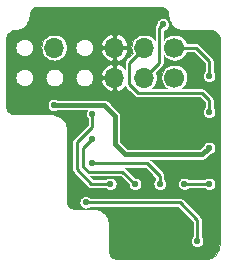
<source format=gbl>
%TF.GenerationSoftware,KiCad,Pcbnew,(5.1.2-1)-1*%
%TF.CreationDate,2020-12-17T17:00:40+01:00*%
%TF.ProjectId,n64_rgb_amp,6e36345f-7267-4625-9f61-6d702e6b6963,1.1*%
%TF.SameCoordinates,Original*%
%TF.FileFunction,Copper,L2,Bot*%
%TF.FilePolarity,Positive*%
%FSLAX46Y46*%
G04 Gerber Fmt 4.6, Leading zero omitted, Abs format (unit mm)*
G04 Created by KiCad (PCBNEW (5.1.2-1)-1) date 2020-12-17 17:00:40*
%MOMM*%
%LPD*%
G04 APERTURE LIST*
%ADD10O,1.700000X1.700000*%
%ADD11C,1.700000*%
%ADD12C,0.400000*%
%ADD13C,0.550000*%
%ADD14C,0.320000*%
%ADD15C,0.406400*%
%ADD16C,0.254000*%
%ADD17C,0.101600*%
G04 APERTURE END LIST*
D10*
X143545000Y-97785000D03*
X148625000Y-100325000D03*
X148625000Y-97785000D03*
X151165000Y-100325000D03*
X151165000Y-97785000D03*
D11*
X153705000Y-100325000D03*
X153705000Y-97785000D03*
D12*
X150985000Y-106035000D03*
X150385000Y-106035000D03*
D13*
X151145200Y-95822300D03*
D12*
X156385000Y-111895000D03*
X156985000Y-111895000D03*
X151585000Y-106035000D03*
X151885000Y-105435000D03*
X150685000Y-105435000D03*
X150985000Y-104835000D03*
X151585000Y-104835000D03*
X139645000Y-100770000D03*
X139645000Y-98970000D03*
X139645000Y-102570000D03*
X139645000Y-97170000D03*
X144300000Y-94770000D03*
D14*
X157355000Y-107057300D03*
D12*
X156690000Y-115295000D03*
X150085000Y-105435000D03*
X150385000Y-104835000D03*
X151285000Y-105435000D03*
X141995200Y-97170000D03*
D14*
X157355000Y-110107300D03*
D12*
X156090000Y-115295000D03*
X155490000Y-115295000D03*
X157355000Y-104007300D03*
X157355000Y-100957300D03*
X157355000Y-97907300D03*
D13*
X156642300Y-106269800D03*
X143505000Y-102651000D03*
X146740200Y-103412300D03*
X148282300Y-109319800D03*
X150372300Y-109319800D03*
X146740200Y-105502300D03*
X156642300Y-100169800D03*
X152462300Y-109319800D03*
X146740200Y-107592300D03*
X156642300Y-103219800D03*
X152720200Y-95822300D03*
X146192300Y-110894800D03*
X155630000Y-114137500D03*
X156642300Y-109319800D03*
X154552300Y-109319800D03*
D15*
X149535000Y-106835000D02*
X156060000Y-106835000D01*
X147736000Y-102651000D02*
X148642500Y-103557500D01*
X148642500Y-105942500D02*
X149535000Y-106835000D01*
X148642500Y-103557500D02*
X148642500Y-105942500D01*
X143505000Y-102651000D02*
X147736000Y-102651000D01*
X156625200Y-106269800D02*
X156060000Y-106835000D01*
X156642300Y-106269800D02*
X156625200Y-106269800D01*
D16*
X145452500Y-108087500D02*
X146684800Y-109319800D01*
X145452500Y-105797500D02*
X145452500Y-108087500D01*
X146684800Y-109319800D02*
X148282300Y-109319800D01*
X146740200Y-104509800D02*
X145452500Y-105797500D01*
X146740200Y-103412300D02*
X146740200Y-104509800D01*
X146442500Y-108292500D02*
X146005000Y-107855000D01*
X146005000Y-107855000D02*
X146005000Y-106275000D01*
X146005000Y-106275000D02*
X146740200Y-105539800D01*
X150334800Y-109319800D02*
X149307500Y-108292500D01*
X149307500Y-108292500D02*
X146442500Y-108292500D01*
X153705000Y-97785000D02*
X155495000Y-97785000D01*
X155495000Y-97785000D02*
X156642300Y-98932300D01*
X156642300Y-98932300D02*
X156642300Y-100169800D01*
X152462300Y-108632300D02*
X152462300Y-109319800D01*
X151422300Y-107592300D02*
X152462300Y-108632300D01*
X146740200Y-107592300D02*
X151422300Y-107592300D01*
X149900000Y-100900000D02*
X149900000Y-99050000D01*
X149900000Y-99050000D02*
X151165000Y-97785000D01*
X149900000Y-100900000D02*
X150620000Y-101620000D01*
X156010000Y-101620000D02*
X156642300Y-102252300D01*
X150620000Y-101620000D02*
X156010000Y-101620000D01*
X156642300Y-102252300D02*
X156642300Y-103219800D01*
X152717700Y-95822300D02*
X152430000Y-96110000D01*
X151165000Y-100325000D02*
X152430000Y-99060000D01*
X152430000Y-99060000D02*
X152430000Y-96110000D01*
X146192300Y-110894800D02*
X154154800Y-110894800D01*
X155630000Y-112370000D02*
X155630000Y-114137500D01*
X154154800Y-110894800D02*
X155630000Y-112370000D01*
X154552300Y-109319800D02*
X156642300Y-109319800D01*
D17*
G36*
X152603686Y-94334331D02*
G01*
X152741898Y-94376060D01*
X152869376Y-94443840D01*
X152981260Y-94535091D01*
X153073289Y-94646335D01*
X153141955Y-94773331D01*
X153184648Y-94911250D01*
X153201023Y-95067040D01*
X153201026Y-95067871D01*
X153202169Y-95079132D01*
X153202090Y-95090456D01*
X153202443Y-95094055D01*
X153222844Y-95288151D01*
X153227553Y-95311088D01*
X153231962Y-95334204D01*
X153233008Y-95337666D01*
X153290720Y-95524104D01*
X153299815Y-95545741D01*
X153308610Y-95567510D01*
X153310306Y-95570698D01*
X153310308Y-95570703D01*
X153310311Y-95570707D01*
X153403133Y-95742379D01*
X153416255Y-95761834D01*
X153429114Y-95781484D01*
X153431399Y-95784286D01*
X153555803Y-95934664D01*
X153572467Y-95951212D01*
X153588884Y-95967977D01*
X153591670Y-95970282D01*
X153742912Y-96093632D01*
X153762447Y-96106611D01*
X153781834Y-96119885D01*
X153785015Y-96121605D01*
X153957337Y-96213230D01*
X153979041Y-96222176D01*
X154000616Y-96231423D01*
X154004071Y-96232492D01*
X154190907Y-96288901D01*
X154213941Y-96293462D01*
X154236895Y-96298341D01*
X154240492Y-96298719D01*
X154434725Y-96317764D01*
X154434730Y-96317764D01*
X154447279Y-96319000D01*
X156797332Y-96319000D01*
X156953686Y-96334331D01*
X157091898Y-96376060D01*
X157219376Y-96443840D01*
X157331260Y-96535091D01*
X157423289Y-96646335D01*
X157491955Y-96773331D01*
X157534648Y-96911250D01*
X157551001Y-97066829D01*
X157551000Y-114437332D01*
X157526147Y-114690802D01*
X157456212Y-114922440D01*
X157342622Y-115136070D01*
X157189695Y-115323576D01*
X157003263Y-115477806D01*
X156790424Y-115592888D01*
X156559288Y-115664437D01*
X156306549Y-115691000D01*
X148902667Y-115691000D01*
X148748256Y-115675860D01*
X148611908Y-115634694D01*
X148486157Y-115567831D01*
X148375789Y-115477816D01*
X148285003Y-115368075D01*
X148217263Y-115242793D01*
X148175148Y-115106739D01*
X148159000Y-114953109D01*
X148159000Y-112707279D01*
X148157867Y-112695771D01*
X148157910Y-112689544D01*
X148157557Y-112685945D01*
X148137156Y-112491848D01*
X148132447Y-112468911D01*
X148128038Y-112445795D01*
X148126992Y-112442334D01*
X148069280Y-112255896D01*
X148060185Y-112234259D01*
X148051390Y-112212490D01*
X148049692Y-112209298D01*
X148049692Y-112209297D01*
X148049689Y-112209293D01*
X147956867Y-112037621D01*
X147943734Y-112018151D01*
X147930886Y-111998516D01*
X147928606Y-111995721D01*
X147928601Y-111995714D01*
X147928595Y-111995708D01*
X147804197Y-111845336D01*
X147787533Y-111828788D01*
X147771116Y-111812023D01*
X147768330Y-111809718D01*
X147617088Y-111686368D01*
X147597530Y-111673374D01*
X147578166Y-111660115D01*
X147574985Y-111658396D01*
X147402663Y-111566770D01*
X147380947Y-111557820D01*
X147359384Y-111548577D01*
X147355929Y-111547508D01*
X147169093Y-111491099D01*
X147146044Y-111486535D01*
X147123104Y-111481659D01*
X147119508Y-111481281D01*
X146925274Y-111462236D01*
X146925270Y-111462236D01*
X146912721Y-111461000D01*
X145342667Y-111461000D01*
X145188256Y-111445860D01*
X145051908Y-111404694D01*
X144926157Y-111337831D01*
X144815789Y-111247816D01*
X144725003Y-111138075D01*
X144657263Y-111012793D01*
X144615148Y-110876739D01*
X144611570Y-110842698D01*
X145663300Y-110842698D01*
X145663300Y-110946902D01*
X145683629Y-111049104D01*
X145723506Y-111145376D01*
X145781399Y-111232018D01*
X145855082Y-111305701D01*
X145941724Y-111363594D01*
X146037996Y-111403471D01*
X146140198Y-111423800D01*
X146244402Y-111423800D01*
X146346604Y-111403471D01*
X146442876Y-111363594D01*
X146529518Y-111305701D01*
X146559419Y-111275800D01*
X153996986Y-111275800D01*
X155249000Y-112527815D01*
X155249001Y-113770380D01*
X155219099Y-113800282D01*
X155161206Y-113886924D01*
X155121329Y-113983196D01*
X155101000Y-114085398D01*
X155101000Y-114189602D01*
X155121329Y-114291804D01*
X155161206Y-114388076D01*
X155219099Y-114474718D01*
X155292782Y-114548401D01*
X155379424Y-114606294D01*
X155475696Y-114646171D01*
X155577898Y-114666500D01*
X155682102Y-114666500D01*
X155784304Y-114646171D01*
X155880576Y-114606294D01*
X155967218Y-114548401D01*
X156040901Y-114474718D01*
X156098794Y-114388076D01*
X156138671Y-114291804D01*
X156159000Y-114189602D01*
X156159000Y-114085398D01*
X156138671Y-113983196D01*
X156098794Y-113886924D01*
X156040901Y-113800282D01*
X156011000Y-113770381D01*
X156011000Y-112388710D01*
X156012843Y-112370000D01*
X156011000Y-112351287D01*
X156005487Y-112295311D01*
X155983701Y-112223492D01*
X155976114Y-112209298D01*
X155948322Y-112157303D01*
X155924250Y-112127972D01*
X155900711Y-112099289D01*
X155886175Y-112087360D01*
X154437446Y-110638632D01*
X154425511Y-110624089D01*
X154367496Y-110576478D01*
X154301308Y-110541099D01*
X154229489Y-110519313D01*
X154173513Y-110513800D01*
X154173510Y-110513800D01*
X154154800Y-110511957D01*
X154136090Y-110513800D01*
X146559419Y-110513800D01*
X146529518Y-110483899D01*
X146442876Y-110426006D01*
X146346604Y-110386129D01*
X146244402Y-110365800D01*
X146140198Y-110365800D01*
X146037996Y-110386129D01*
X145941724Y-110426006D01*
X145855082Y-110483899D01*
X145781399Y-110557582D01*
X145723506Y-110644224D01*
X145683629Y-110740496D01*
X145663300Y-110842698D01*
X144611570Y-110842698D01*
X144599000Y-110723109D01*
X144599000Y-104697279D01*
X144597867Y-104685771D01*
X144597910Y-104679544D01*
X144597557Y-104675945D01*
X144577156Y-104481848D01*
X144572447Y-104458911D01*
X144568038Y-104435795D01*
X144566992Y-104432334D01*
X144509280Y-104245896D01*
X144500185Y-104224259D01*
X144491390Y-104202490D01*
X144489692Y-104199298D01*
X144489692Y-104199297D01*
X144489689Y-104199293D01*
X144396867Y-104027621D01*
X144383734Y-104008151D01*
X144370886Y-103988516D01*
X144368606Y-103985721D01*
X144368601Y-103985714D01*
X144368595Y-103985708D01*
X144244197Y-103835336D01*
X144227533Y-103818788D01*
X144211116Y-103802023D01*
X144208330Y-103799718D01*
X144057088Y-103676368D01*
X144037530Y-103663374D01*
X144018166Y-103650115D01*
X144014985Y-103648396D01*
X143842663Y-103556770D01*
X143820947Y-103547820D01*
X143799384Y-103538577D01*
X143795929Y-103537508D01*
X143609093Y-103481099D01*
X143586044Y-103476535D01*
X143563104Y-103471659D01*
X143559508Y-103471281D01*
X143365274Y-103452236D01*
X143365270Y-103452236D01*
X143352721Y-103451000D01*
X140202668Y-103451000D01*
X140046314Y-103435669D01*
X139908098Y-103393939D01*
X139780625Y-103326160D01*
X139668737Y-103234907D01*
X139576711Y-103123666D01*
X139508045Y-102996669D01*
X139465352Y-102858750D01*
X139449000Y-102703179D01*
X139449000Y-102598898D01*
X142976000Y-102598898D01*
X142976000Y-102703102D01*
X142996329Y-102805304D01*
X143036206Y-102901576D01*
X143094099Y-102988218D01*
X143167782Y-103061901D01*
X143254424Y-103119794D01*
X143350696Y-103159671D01*
X143452898Y-103180000D01*
X143557102Y-103180000D01*
X143659304Y-103159671D01*
X143755576Y-103119794D01*
X143772927Y-103108200D01*
X146307170Y-103108200D01*
X146271406Y-103161724D01*
X146231529Y-103257996D01*
X146211200Y-103360198D01*
X146211200Y-103464402D01*
X146231529Y-103566604D01*
X146271406Y-103662876D01*
X146329299Y-103749518D01*
X146359200Y-103779419D01*
X146359201Y-104351984D01*
X145196332Y-105514854D01*
X145181789Y-105526789D01*
X145150166Y-105565323D01*
X145134178Y-105584804D01*
X145124276Y-105603330D01*
X145098799Y-105650993D01*
X145077013Y-105722812D01*
X145071500Y-105778787D01*
X145069657Y-105797500D01*
X145071500Y-105816210D01*
X145071501Y-108068780D01*
X145069657Y-108087500D01*
X145077014Y-108162188D01*
X145098799Y-108234007D01*
X145134178Y-108300196D01*
X145145489Y-108313978D01*
X145181790Y-108358211D01*
X145196327Y-108370141D01*
X146402159Y-109575974D01*
X146414089Y-109590511D01*
X146428624Y-109602439D01*
X146472103Y-109638122D01*
X146495159Y-109650445D01*
X146538292Y-109673501D01*
X146610111Y-109695287D01*
X146666087Y-109700800D01*
X146666096Y-109700800D01*
X146684799Y-109702642D01*
X146703502Y-109700800D01*
X147915181Y-109700800D01*
X147945082Y-109730701D01*
X148031724Y-109788594D01*
X148127996Y-109828471D01*
X148230198Y-109848800D01*
X148334402Y-109848800D01*
X148436604Y-109828471D01*
X148532876Y-109788594D01*
X148619518Y-109730701D01*
X148693201Y-109657018D01*
X148751094Y-109570376D01*
X148790971Y-109474104D01*
X148811300Y-109371902D01*
X148811300Y-109267698D01*
X148790971Y-109165496D01*
X148751094Y-109069224D01*
X148693201Y-108982582D01*
X148619518Y-108908899D01*
X148532876Y-108851006D01*
X148436604Y-108811129D01*
X148334402Y-108790800D01*
X148230198Y-108790800D01*
X148127996Y-108811129D01*
X148031724Y-108851006D01*
X147945082Y-108908899D01*
X147915181Y-108938800D01*
X146842615Y-108938800D01*
X146577315Y-108673500D01*
X149149686Y-108673500D01*
X149843300Y-109367116D01*
X149843300Y-109371902D01*
X149863629Y-109474104D01*
X149903506Y-109570376D01*
X149961399Y-109657018D01*
X150035082Y-109730701D01*
X150121724Y-109788594D01*
X150217996Y-109828471D01*
X150320198Y-109848800D01*
X150424402Y-109848800D01*
X150526604Y-109828471D01*
X150622876Y-109788594D01*
X150709518Y-109730701D01*
X150783201Y-109657018D01*
X150841094Y-109570376D01*
X150880971Y-109474104D01*
X150901300Y-109371902D01*
X150901300Y-109267698D01*
X150880971Y-109165496D01*
X150841094Y-109069224D01*
X150783201Y-108982582D01*
X150709518Y-108908899D01*
X150622876Y-108851006D01*
X150526604Y-108811129D01*
X150424402Y-108790800D01*
X150344615Y-108790800D01*
X149590146Y-108036332D01*
X149578211Y-108021789D01*
X149520196Y-107974178D01*
X149518553Y-107973300D01*
X151264486Y-107973300D01*
X152081300Y-108790115D01*
X152081300Y-108952681D01*
X152051399Y-108982582D01*
X151993506Y-109069224D01*
X151953629Y-109165496D01*
X151933300Y-109267698D01*
X151933300Y-109371902D01*
X151953629Y-109474104D01*
X151993506Y-109570376D01*
X152051399Y-109657018D01*
X152125082Y-109730701D01*
X152211724Y-109788594D01*
X152307996Y-109828471D01*
X152410198Y-109848800D01*
X152514402Y-109848800D01*
X152616604Y-109828471D01*
X152712876Y-109788594D01*
X152799518Y-109730701D01*
X152873201Y-109657018D01*
X152931094Y-109570376D01*
X152970971Y-109474104D01*
X152991300Y-109371902D01*
X152991300Y-109267698D01*
X154023300Y-109267698D01*
X154023300Y-109371902D01*
X154043629Y-109474104D01*
X154083506Y-109570376D01*
X154141399Y-109657018D01*
X154215082Y-109730701D01*
X154301724Y-109788594D01*
X154397996Y-109828471D01*
X154500198Y-109848800D01*
X154604402Y-109848800D01*
X154706604Y-109828471D01*
X154802876Y-109788594D01*
X154889518Y-109730701D01*
X154919419Y-109700800D01*
X156275181Y-109700800D01*
X156305082Y-109730701D01*
X156391724Y-109788594D01*
X156487996Y-109828471D01*
X156590198Y-109848800D01*
X156694402Y-109848800D01*
X156796604Y-109828471D01*
X156892876Y-109788594D01*
X156979518Y-109730701D01*
X157053201Y-109657018D01*
X157111094Y-109570376D01*
X157150971Y-109474104D01*
X157171300Y-109371902D01*
X157171300Y-109267698D01*
X157150971Y-109165496D01*
X157111094Y-109069224D01*
X157053201Y-108982582D01*
X156979518Y-108908899D01*
X156892876Y-108851006D01*
X156796604Y-108811129D01*
X156694402Y-108790800D01*
X156590198Y-108790800D01*
X156487996Y-108811129D01*
X156391724Y-108851006D01*
X156305082Y-108908899D01*
X156275181Y-108938800D01*
X154919419Y-108938800D01*
X154889518Y-108908899D01*
X154802876Y-108851006D01*
X154706604Y-108811129D01*
X154604402Y-108790800D01*
X154500198Y-108790800D01*
X154397996Y-108811129D01*
X154301724Y-108851006D01*
X154215082Y-108908899D01*
X154141399Y-108982582D01*
X154083506Y-109069224D01*
X154043629Y-109165496D01*
X154023300Y-109267698D01*
X152991300Y-109267698D01*
X152970971Y-109165496D01*
X152931094Y-109069224D01*
X152873201Y-108982582D01*
X152843300Y-108952681D01*
X152843300Y-108651009D01*
X152845143Y-108632299D01*
X152843300Y-108613587D01*
X152837787Y-108557611D01*
X152816001Y-108485792D01*
X152790994Y-108439008D01*
X152780622Y-108419603D01*
X152744939Y-108376124D01*
X152733011Y-108361589D01*
X152718475Y-108349660D01*
X151704946Y-107336132D01*
X151693011Y-107321589D01*
X151657200Y-107292200D01*
X156037550Y-107292200D01*
X156060000Y-107294411D01*
X156082450Y-107292200D01*
X156082460Y-107292200D01*
X156149627Y-107285585D01*
X156235809Y-107259441D01*
X156315236Y-107216987D01*
X156384853Y-107159853D01*
X156399174Y-107142403D01*
X156754790Y-106786788D01*
X156796604Y-106778471D01*
X156892876Y-106738594D01*
X156979518Y-106680701D01*
X157053201Y-106607018D01*
X157111094Y-106520376D01*
X157150971Y-106424104D01*
X157171300Y-106321902D01*
X157171300Y-106217698D01*
X157150971Y-106115496D01*
X157111094Y-106019224D01*
X157053201Y-105932582D01*
X156979518Y-105858899D01*
X156892876Y-105801006D01*
X156796604Y-105761129D01*
X156694402Y-105740800D01*
X156590198Y-105740800D01*
X156487996Y-105761129D01*
X156391724Y-105801006D01*
X156305082Y-105858899D01*
X156231399Y-105932582D01*
X156173506Y-106019224D01*
X156134126Y-106114295D01*
X155870622Y-106377800D01*
X149724379Y-106377800D01*
X149099700Y-105753123D01*
X149099700Y-103579950D01*
X149101911Y-103557500D01*
X149099700Y-103535050D01*
X149099700Y-103535040D01*
X149093085Y-103467873D01*
X149070550Y-103393587D01*
X149066941Y-103381690D01*
X149024487Y-103302264D01*
X148981671Y-103250092D01*
X148981665Y-103250086D01*
X148967353Y-103232647D01*
X148949915Y-103218336D01*
X148075174Y-102343597D01*
X148060853Y-102326147D01*
X147991236Y-102269013D01*
X147911809Y-102226559D01*
X147825627Y-102200415D01*
X147758460Y-102193800D01*
X147758450Y-102193800D01*
X147736000Y-102191589D01*
X147713550Y-102193800D01*
X143772927Y-102193800D01*
X143755576Y-102182206D01*
X143659304Y-102142329D01*
X143557102Y-102122000D01*
X143452898Y-102122000D01*
X143350696Y-102142329D01*
X143254424Y-102182206D01*
X143167782Y-102240099D01*
X143094099Y-102313782D01*
X143036206Y-102400424D01*
X142996329Y-102496696D01*
X142976000Y-102598898D01*
X139449000Y-102598898D01*
X139449000Y-100250738D01*
X140251000Y-100250738D01*
X140251000Y-100399262D01*
X140279976Y-100544934D01*
X140336814Y-100682153D01*
X140419330Y-100805647D01*
X140524353Y-100910670D01*
X140647847Y-100993186D01*
X140785066Y-101050024D01*
X140930738Y-101079000D01*
X141079262Y-101079000D01*
X141224934Y-101050024D01*
X141362153Y-100993186D01*
X141485647Y-100910670D01*
X141590670Y-100805647D01*
X141673186Y-100682153D01*
X141730024Y-100544934D01*
X141759000Y-100399262D01*
X141759000Y-100325000D01*
X142787352Y-100325000D01*
X142801910Y-100472810D01*
X142845025Y-100614939D01*
X142915039Y-100745927D01*
X143009262Y-100860738D01*
X143124073Y-100954961D01*
X143255061Y-101024975D01*
X143397190Y-101068090D01*
X143507961Y-101079000D01*
X143582039Y-101079000D01*
X143692810Y-101068090D01*
X143834939Y-101024975D01*
X143965927Y-100954961D01*
X144080738Y-100860738D01*
X144174961Y-100745927D01*
X144244975Y-100614939D01*
X144288090Y-100472810D01*
X144302648Y-100325000D01*
X145327352Y-100325000D01*
X145341910Y-100472810D01*
X145385025Y-100614939D01*
X145455039Y-100745927D01*
X145549262Y-100860738D01*
X145664073Y-100954961D01*
X145795061Y-101024975D01*
X145937190Y-101068090D01*
X146047961Y-101079000D01*
X146122039Y-101079000D01*
X146232810Y-101068090D01*
X146374939Y-101024975D01*
X146505927Y-100954961D01*
X146620738Y-100860738D01*
X146714961Y-100745927D01*
X146770348Y-100642304D01*
X147514648Y-100642304D01*
X147525486Y-100678053D01*
X147615490Y-100885774D01*
X147744289Y-101071945D01*
X147906933Y-101229411D01*
X148097172Y-101352121D01*
X148307695Y-101435359D01*
X148485300Y-101395126D01*
X148485300Y-100464700D01*
X147555485Y-100464700D01*
X147514648Y-100642304D01*
X146770348Y-100642304D01*
X146784975Y-100614939D01*
X146828090Y-100472810D01*
X146842648Y-100325000D01*
X146828090Y-100177190D01*
X146784975Y-100035061D01*
X146770349Y-100007696D01*
X147514648Y-100007696D01*
X147555485Y-100185300D01*
X148485300Y-100185300D01*
X148485300Y-99254874D01*
X148764700Y-99254874D01*
X148764700Y-100185300D01*
X148784700Y-100185300D01*
X148784700Y-100464700D01*
X148764700Y-100464700D01*
X148764700Y-101395126D01*
X148942305Y-101435359D01*
X149152828Y-101352121D01*
X149343067Y-101229411D01*
X149505711Y-101071945D01*
X149539292Y-101023406D01*
X149540915Y-101028759D01*
X149546299Y-101046507D01*
X149581678Y-101112696D01*
X149597666Y-101132177D01*
X149629289Y-101170711D01*
X149643832Y-101182646D01*
X150337359Y-101876174D01*
X150349289Y-101890711D01*
X150363824Y-101902639D01*
X150407303Y-101938322D01*
X150473492Y-101973701D01*
X150545311Y-101995487D01*
X150601287Y-102001000D01*
X150601290Y-102001000D01*
X150620000Y-102002843D01*
X150638710Y-102001000D01*
X155852186Y-102001000D01*
X156261300Y-102410115D01*
X156261301Y-102852680D01*
X156231399Y-102882582D01*
X156173506Y-102969224D01*
X156133629Y-103065496D01*
X156113300Y-103167698D01*
X156113300Y-103271902D01*
X156133629Y-103374104D01*
X156173506Y-103470376D01*
X156231399Y-103557018D01*
X156305082Y-103630701D01*
X156391724Y-103688594D01*
X156487996Y-103728471D01*
X156590198Y-103748800D01*
X156694402Y-103748800D01*
X156796604Y-103728471D01*
X156892876Y-103688594D01*
X156979518Y-103630701D01*
X157053201Y-103557018D01*
X157111094Y-103470376D01*
X157150971Y-103374104D01*
X157171300Y-103271902D01*
X157171300Y-103167698D01*
X157150971Y-103065496D01*
X157111094Y-102969224D01*
X157053201Y-102882582D01*
X157023300Y-102852681D01*
X157023300Y-102271009D01*
X157025143Y-102252299D01*
X157022608Y-102226559D01*
X157017787Y-102177611D01*
X156996001Y-102105792D01*
X156960623Y-102039605D01*
X156960622Y-102039603D01*
X156924939Y-101996124D01*
X156913011Y-101981589D01*
X156898475Y-101969660D01*
X156292646Y-101363832D01*
X156280711Y-101349289D01*
X156222696Y-101301678D01*
X156156508Y-101266299D01*
X156084689Y-101244513D01*
X156028713Y-101239000D01*
X156028710Y-101239000D01*
X156010000Y-101237157D01*
X155991290Y-101239000D01*
X154324250Y-101239000D01*
X154408759Y-101182533D01*
X154562533Y-101028759D01*
X154683352Y-100847940D01*
X154766574Y-100647025D01*
X154809000Y-100433735D01*
X154809000Y-100216265D01*
X154766574Y-100002975D01*
X154683352Y-99802060D01*
X154562533Y-99621241D01*
X154408759Y-99467467D01*
X154227940Y-99346648D01*
X154027025Y-99263426D01*
X153813735Y-99221000D01*
X153596265Y-99221000D01*
X153382975Y-99263426D01*
X153182060Y-99346648D01*
X153001241Y-99467467D01*
X152847467Y-99621241D01*
X152726648Y-99802060D01*
X152643426Y-100002975D01*
X152601000Y-100216265D01*
X152601000Y-100433735D01*
X152643426Y-100647025D01*
X152726648Y-100847940D01*
X152847467Y-101028759D01*
X153001241Y-101182533D01*
X153085750Y-101239000D01*
X151791532Y-101239000D01*
X151949423Y-101109423D01*
X152087383Y-100941317D01*
X152189897Y-100749526D01*
X152253025Y-100541422D01*
X152274341Y-100325000D01*
X152253025Y-100108578D01*
X152189897Y-99900474D01*
X152168455Y-99860359D01*
X152686175Y-99342640D01*
X152700711Y-99330711D01*
X152737403Y-99286001D01*
X152748322Y-99272697D01*
X152783701Y-99206508D01*
X152802360Y-99144996D01*
X152805487Y-99134689D01*
X152811000Y-99078713D01*
X152811000Y-99078711D01*
X152812843Y-99060001D01*
X152811000Y-99041291D01*
X152811000Y-98434182D01*
X152847467Y-98488759D01*
X153001241Y-98642533D01*
X153182060Y-98763352D01*
X153382975Y-98846574D01*
X153596265Y-98889000D01*
X153813735Y-98889000D01*
X154027025Y-98846574D01*
X154227940Y-98763352D01*
X154408759Y-98642533D01*
X154562533Y-98488759D01*
X154683352Y-98307940D01*
X154742146Y-98166000D01*
X155337186Y-98166000D01*
X156261300Y-99090115D01*
X156261301Y-99802680D01*
X156231399Y-99832582D01*
X156173506Y-99919224D01*
X156133629Y-100015496D01*
X156113300Y-100117698D01*
X156113300Y-100221902D01*
X156133629Y-100324104D01*
X156173506Y-100420376D01*
X156231399Y-100507018D01*
X156305082Y-100580701D01*
X156391724Y-100638594D01*
X156487996Y-100678471D01*
X156590198Y-100698800D01*
X156694402Y-100698800D01*
X156796604Y-100678471D01*
X156892876Y-100638594D01*
X156979518Y-100580701D01*
X157053201Y-100507018D01*
X157111094Y-100420376D01*
X157150971Y-100324104D01*
X157171300Y-100221902D01*
X157171300Y-100117698D01*
X157150971Y-100015496D01*
X157111094Y-99919224D01*
X157053201Y-99832582D01*
X157023300Y-99802681D01*
X157023300Y-98951009D01*
X157025143Y-98932299D01*
X157022306Y-98903493D01*
X157017787Y-98857611D01*
X156996001Y-98785792D01*
X156992525Y-98779289D01*
X156960622Y-98719603D01*
X156924939Y-98676124D01*
X156913011Y-98661589D01*
X156898475Y-98649660D01*
X155777646Y-97528832D01*
X155765711Y-97514289D01*
X155707696Y-97466678D01*
X155641508Y-97431299D01*
X155569689Y-97409513D01*
X155513713Y-97404000D01*
X155513710Y-97404000D01*
X155495000Y-97402157D01*
X155476290Y-97404000D01*
X154742146Y-97404000D01*
X154683352Y-97262060D01*
X154562533Y-97081241D01*
X154408759Y-96927467D01*
X154227940Y-96806648D01*
X154027025Y-96723426D01*
X153813735Y-96681000D01*
X153596265Y-96681000D01*
X153382975Y-96723426D01*
X153182060Y-96806648D01*
X153001241Y-96927467D01*
X152847467Y-97081241D01*
X152811000Y-97135818D01*
X152811000Y-96343603D01*
X152874504Y-96330971D01*
X152970776Y-96291094D01*
X153057418Y-96233201D01*
X153131101Y-96159518D01*
X153188994Y-96072876D01*
X153228871Y-95976604D01*
X153249200Y-95874402D01*
X153249200Y-95770198D01*
X153228871Y-95667996D01*
X153188994Y-95571724D01*
X153131101Y-95485082D01*
X153057418Y-95411399D01*
X152970776Y-95353506D01*
X152874504Y-95313629D01*
X152772302Y-95293300D01*
X152668098Y-95293300D01*
X152565896Y-95313629D01*
X152469624Y-95353506D01*
X152382982Y-95411399D01*
X152309299Y-95485082D01*
X152251406Y-95571724D01*
X152211529Y-95667996D01*
X152191200Y-95770198D01*
X152191200Y-95809986D01*
X152173827Y-95827359D01*
X152159290Y-95839289D01*
X152147361Y-95853825D01*
X152111678Y-95897304D01*
X152076299Y-95963493D01*
X152062426Y-96009227D01*
X152054610Y-96034997D01*
X152054514Y-96035312D01*
X152047157Y-96110000D01*
X152049001Y-96128720D01*
X152049001Y-97121914D01*
X151949423Y-97000577D01*
X151781317Y-96862617D01*
X151589526Y-96760103D01*
X151381422Y-96696975D01*
X151219227Y-96681000D01*
X151110773Y-96681000D01*
X150948578Y-96696975D01*
X150740474Y-96760103D01*
X150548683Y-96862617D01*
X150380577Y-97000577D01*
X150242617Y-97168683D01*
X150140103Y-97360474D01*
X150076975Y-97568578D01*
X150055659Y-97785000D01*
X150076975Y-98001422D01*
X150140103Y-98209526D01*
X150161545Y-98249641D01*
X149643827Y-98767359D01*
X149629290Y-98779289D01*
X149617361Y-98793825D01*
X149581678Y-98837304D01*
X149546299Y-98903493D01*
X149524514Y-98975312D01*
X149517157Y-99050000D01*
X149519001Y-99068720D01*
X149519001Y-99597264D01*
X149505711Y-99578055D01*
X149343067Y-99420589D01*
X149152828Y-99297879D01*
X148942305Y-99214641D01*
X148764700Y-99254874D01*
X148485300Y-99254874D01*
X148307695Y-99214641D01*
X148097172Y-99297879D01*
X147906933Y-99420589D01*
X147744289Y-99578055D01*
X147615490Y-99764226D01*
X147525486Y-99971947D01*
X147514648Y-100007696D01*
X146770349Y-100007696D01*
X146714961Y-99904073D01*
X146620738Y-99789262D01*
X146505927Y-99695039D01*
X146374939Y-99625025D01*
X146232810Y-99581910D01*
X146122039Y-99571000D01*
X146047961Y-99571000D01*
X145937190Y-99581910D01*
X145795061Y-99625025D01*
X145664073Y-99695039D01*
X145549262Y-99789262D01*
X145455039Y-99904073D01*
X145385025Y-100035061D01*
X145341910Y-100177190D01*
X145327352Y-100325000D01*
X144302648Y-100325000D01*
X144288090Y-100177190D01*
X144244975Y-100035061D01*
X144174961Y-99904073D01*
X144080738Y-99789262D01*
X143965927Y-99695039D01*
X143834939Y-99625025D01*
X143692810Y-99581910D01*
X143582039Y-99571000D01*
X143507961Y-99571000D01*
X143397190Y-99581910D01*
X143255061Y-99625025D01*
X143124073Y-99695039D01*
X143009262Y-99789262D01*
X142915039Y-99904073D01*
X142845025Y-100035061D01*
X142801910Y-100177190D01*
X142787352Y-100325000D01*
X141759000Y-100325000D01*
X141759000Y-100250738D01*
X141730024Y-100105066D01*
X141673186Y-99967847D01*
X141590670Y-99844353D01*
X141485647Y-99739330D01*
X141362153Y-99656814D01*
X141224934Y-99599976D01*
X141079262Y-99571000D01*
X140930738Y-99571000D01*
X140785066Y-99599976D01*
X140647847Y-99656814D01*
X140524353Y-99739330D01*
X140419330Y-99844353D01*
X140336814Y-99967847D01*
X140279976Y-100105066D01*
X140251000Y-100250738D01*
X139449000Y-100250738D01*
X139449000Y-97710738D01*
X140251000Y-97710738D01*
X140251000Y-97859262D01*
X140279976Y-98004934D01*
X140336814Y-98142153D01*
X140419330Y-98265647D01*
X140524353Y-98370670D01*
X140647847Y-98453186D01*
X140785066Y-98510024D01*
X140930738Y-98539000D01*
X141079262Y-98539000D01*
X141224934Y-98510024D01*
X141362153Y-98453186D01*
X141485647Y-98370670D01*
X141590670Y-98265647D01*
X141673186Y-98142153D01*
X141730024Y-98004934D01*
X141759000Y-97859262D01*
X141759000Y-97785000D01*
X142435659Y-97785000D01*
X142456975Y-98001422D01*
X142520103Y-98209526D01*
X142622617Y-98401317D01*
X142760577Y-98569423D01*
X142928683Y-98707383D01*
X143120474Y-98809897D01*
X143328578Y-98873025D01*
X143490773Y-98889000D01*
X143599227Y-98889000D01*
X143761422Y-98873025D01*
X143969526Y-98809897D01*
X144161317Y-98707383D01*
X144329423Y-98569423D01*
X144467383Y-98401317D01*
X144569897Y-98209526D01*
X144633025Y-98001422D01*
X144654341Y-97785000D01*
X144647027Y-97710738D01*
X145331000Y-97710738D01*
X145331000Y-97859262D01*
X145359976Y-98004934D01*
X145416814Y-98142153D01*
X145499330Y-98265647D01*
X145604353Y-98370670D01*
X145727847Y-98453186D01*
X145865066Y-98510024D01*
X146010738Y-98539000D01*
X146159262Y-98539000D01*
X146304934Y-98510024D01*
X146442153Y-98453186D01*
X146565647Y-98370670D01*
X146670670Y-98265647D01*
X146753186Y-98142153D01*
X146769692Y-98102304D01*
X147514648Y-98102304D01*
X147525486Y-98138053D01*
X147615490Y-98345774D01*
X147744289Y-98531945D01*
X147906933Y-98689411D01*
X148097172Y-98812121D01*
X148307695Y-98895359D01*
X148485300Y-98855126D01*
X148485300Y-97924700D01*
X148764700Y-97924700D01*
X148764700Y-98855126D01*
X148942305Y-98895359D01*
X149152828Y-98812121D01*
X149343067Y-98689411D01*
X149505711Y-98531945D01*
X149634510Y-98345774D01*
X149724514Y-98138053D01*
X149735352Y-98102304D01*
X149694515Y-97924700D01*
X148764700Y-97924700D01*
X148485300Y-97924700D01*
X147555485Y-97924700D01*
X147514648Y-98102304D01*
X146769692Y-98102304D01*
X146810024Y-98004934D01*
X146839000Y-97859262D01*
X146839000Y-97710738D01*
X146810024Y-97565066D01*
X146769693Y-97467696D01*
X147514648Y-97467696D01*
X147555485Y-97645300D01*
X148485300Y-97645300D01*
X148485300Y-96714874D01*
X148764700Y-96714874D01*
X148764700Y-97645300D01*
X149694515Y-97645300D01*
X149735352Y-97467696D01*
X149724514Y-97431947D01*
X149634510Y-97224226D01*
X149505711Y-97038055D01*
X149343067Y-96880589D01*
X149152828Y-96757879D01*
X148942305Y-96674641D01*
X148764700Y-96714874D01*
X148485300Y-96714874D01*
X148307695Y-96674641D01*
X148097172Y-96757879D01*
X147906933Y-96880589D01*
X147744289Y-97038055D01*
X147615490Y-97224226D01*
X147525486Y-97431947D01*
X147514648Y-97467696D01*
X146769693Y-97467696D01*
X146753186Y-97427847D01*
X146670670Y-97304353D01*
X146565647Y-97199330D01*
X146442153Y-97116814D01*
X146304934Y-97059976D01*
X146159262Y-97031000D01*
X146010738Y-97031000D01*
X145865066Y-97059976D01*
X145727847Y-97116814D01*
X145604353Y-97199330D01*
X145499330Y-97304353D01*
X145416814Y-97427847D01*
X145359976Y-97565066D01*
X145331000Y-97710738D01*
X144647027Y-97710738D01*
X144633025Y-97568578D01*
X144569897Y-97360474D01*
X144467383Y-97168683D01*
X144329423Y-97000577D01*
X144161317Y-96862617D01*
X143969526Y-96760103D01*
X143761422Y-96696975D01*
X143599227Y-96681000D01*
X143490773Y-96681000D01*
X143328578Y-96696975D01*
X143120474Y-96760103D01*
X142928683Y-96862617D01*
X142760577Y-97000577D01*
X142622617Y-97168683D01*
X142520103Y-97360474D01*
X142456975Y-97568578D01*
X142435659Y-97785000D01*
X141759000Y-97785000D01*
X141759000Y-97710738D01*
X141730024Y-97565066D01*
X141673186Y-97427847D01*
X141590670Y-97304353D01*
X141485647Y-97199330D01*
X141362153Y-97116814D01*
X141224934Y-97059976D01*
X141079262Y-97031000D01*
X140930738Y-97031000D01*
X140785066Y-97059976D01*
X140647847Y-97116814D01*
X140524353Y-97199330D01*
X140419330Y-97304353D01*
X140336814Y-97427847D01*
X140279976Y-97565066D01*
X140251000Y-97710738D01*
X139449000Y-97710738D01*
X139449000Y-97072668D01*
X139464331Y-96916314D01*
X139506060Y-96778102D01*
X139573840Y-96650624D01*
X139665091Y-96538740D01*
X139776335Y-96446711D01*
X139903331Y-96378045D01*
X140041250Y-96335352D01*
X140197040Y-96318977D01*
X140197871Y-96318974D01*
X140209132Y-96317831D01*
X140220456Y-96317910D01*
X140224055Y-96317557D01*
X140418151Y-96297156D01*
X140441088Y-96292447D01*
X140464204Y-96288038D01*
X140467666Y-96286992D01*
X140654104Y-96229280D01*
X140675741Y-96220185D01*
X140697510Y-96211390D01*
X140700698Y-96209694D01*
X140700703Y-96209692D01*
X140700707Y-96209689D01*
X140872379Y-96116867D01*
X140891834Y-96103745D01*
X140911484Y-96090886D01*
X140914286Y-96088601D01*
X141064664Y-95964197D01*
X141081212Y-95947533D01*
X141097977Y-95931116D01*
X141100282Y-95928330D01*
X141223632Y-95777088D01*
X141236611Y-95757553D01*
X141249885Y-95738166D01*
X141251605Y-95734985D01*
X141343230Y-95562663D01*
X141352176Y-95540959D01*
X141361423Y-95519384D01*
X141362492Y-95515929D01*
X141418901Y-95329093D01*
X141423462Y-95306059D01*
X141428341Y-95283105D01*
X141428719Y-95279508D01*
X141447764Y-95085275D01*
X141447764Y-95085274D01*
X141464331Y-94916314D01*
X141506060Y-94778102D01*
X141573840Y-94650624D01*
X141665091Y-94538740D01*
X141776335Y-94446711D01*
X141903331Y-94378045D01*
X142041250Y-94335352D01*
X142196820Y-94319000D01*
X152447332Y-94319000D01*
X152603686Y-94334331D01*
X152603686Y-94334331D01*
G37*
X152603686Y-94334331D02*
X152741898Y-94376060D01*
X152869376Y-94443840D01*
X152981260Y-94535091D01*
X153073289Y-94646335D01*
X153141955Y-94773331D01*
X153184648Y-94911250D01*
X153201023Y-95067040D01*
X153201026Y-95067871D01*
X153202169Y-95079132D01*
X153202090Y-95090456D01*
X153202443Y-95094055D01*
X153222844Y-95288151D01*
X153227553Y-95311088D01*
X153231962Y-95334204D01*
X153233008Y-95337666D01*
X153290720Y-95524104D01*
X153299815Y-95545741D01*
X153308610Y-95567510D01*
X153310306Y-95570698D01*
X153310308Y-95570703D01*
X153310311Y-95570707D01*
X153403133Y-95742379D01*
X153416255Y-95761834D01*
X153429114Y-95781484D01*
X153431399Y-95784286D01*
X153555803Y-95934664D01*
X153572467Y-95951212D01*
X153588884Y-95967977D01*
X153591670Y-95970282D01*
X153742912Y-96093632D01*
X153762447Y-96106611D01*
X153781834Y-96119885D01*
X153785015Y-96121605D01*
X153957337Y-96213230D01*
X153979041Y-96222176D01*
X154000616Y-96231423D01*
X154004071Y-96232492D01*
X154190907Y-96288901D01*
X154213941Y-96293462D01*
X154236895Y-96298341D01*
X154240492Y-96298719D01*
X154434725Y-96317764D01*
X154434730Y-96317764D01*
X154447279Y-96319000D01*
X156797332Y-96319000D01*
X156953686Y-96334331D01*
X157091898Y-96376060D01*
X157219376Y-96443840D01*
X157331260Y-96535091D01*
X157423289Y-96646335D01*
X157491955Y-96773331D01*
X157534648Y-96911250D01*
X157551001Y-97066829D01*
X157551000Y-114437332D01*
X157526147Y-114690802D01*
X157456212Y-114922440D01*
X157342622Y-115136070D01*
X157189695Y-115323576D01*
X157003263Y-115477806D01*
X156790424Y-115592888D01*
X156559288Y-115664437D01*
X156306549Y-115691000D01*
X148902667Y-115691000D01*
X148748256Y-115675860D01*
X148611908Y-115634694D01*
X148486157Y-115567831D01*
X148375789Y-115477816D01*
X148285003Y-115368075D01*
X148217263Y-115242793D01*
X148175148Y-115106739D01*
X148159000Y-114953109D01*
X148159000Y-112707279D01*
X148157867Y-112695771D01*
X148157910Y-112689544D01*
X148157557Y-112685945D01*
X148137156Y-112491848D01*
X148132447Y-112468911D01*
X148128038Y-112445795D01*
X148126992Y-112442334D01*
X148069280Y-112255896D01*
X148060185Y-112234259D01*
X148051390Y-112212490D01*
X148049692Y-112209298D01*
X148049692Y-112209297D01*
X148049689Y-112209293D01*
X147956867Y-112037621D01*
X147943734Y-112018151D01*
X147930886Y-111998516D01*
X147928606Y-111995721D01*
X147928601Y-111995714D01*
X147928595Y-111995708D01*
X147804197Y-111845336D01*
X147787533Y-111828788D01*
X147771116Y-111812023D01*
X147768330Y-111809718D01*
X147617088Y-111686368D01*
X147597530Y-111673374D01*
X147578166Y-111660115D01*
X147574985Y-111658396D01*
X147402663Y-111566770D01*
X147380947Y-111557820D01*
X147359384Y-111548577D01*
X147355929Y-111547508D01*
X147169093Y-111491099D01*
X147146044Y-111486535D01*
X147123104Y-111481659D01*
X147119508Y-111481281D01*
X146925274Y-111462236D01*
X146925270Y-111462236D01*
X146912721Y-111461000D01*
X145342667Y-111461000D01*
X145188256Y-111445860D01*
X145051908Y-111404694D01*
X144926157Y-111337831D01*
X144815789Y-111247816D01*
X144725003Y-111138075D01*
X144657263Y-111012793D01*
X144615148Y-110876739D01*
X144611570Y-110842698D01*
X145663300Y-110842698D01*
X145663300Y-110946902D01*
X145683629Y-111049104D01*
X145723506Y-111145376D01*
X145781399Y-111232018D01*
X145855082Y-111305701D01*
X145941724Y-111363594D01*
X146037996Y-111403471D01*
X146140198Y-111423800D01*
X146244402Y-111423800D01*
X146346604Y-111403471D01*
X146442876Y-111363594D01*
X146529518Y-111305701D01*
X146559419Y-111275800D01*
X153996986Y-111275800D01*
X155249000Y-112527815D01*
X155249001Y-113770380D01*
X155219099Y-113800282D01*
X155161206Y-113886924D01*
X155121329Y-113983196D01*
X155101000Y-114085398D01*
X155101000Y-114189602D01*
X155121329Y-114291804D01*
X155161206Y-114388076D01*
X155219099Y-114474718D01*
X155292782Y-114548401D01*
X155379424Y-114606294D01*
X155475696Y-114646171D01*
X155577898Y-114666500D01*
X155682102Y-114666500D01*
X155784304Y-114646171D01*
X155880576Y-114606294D01*
X155967218Y-114548401D01*
X156040901Y-114474718D01*
X156098794Y-114388076D01*
X156138671Y-114291804D01*
X156159000Y-114189602D01*
X156159000Y-114085398D01*
X156138671Y-113983196D01*
X156098794Y-113886924D01*
X156040901Y-113800282D01*
X156011000Y-113770381D01*
X156011000Y-112388710D01*
X156012843Y-112370000D01*
X156011000Y-112351287D01*
X156005487Y-112295311D01*
X155983701Y-112223492D01*
X155976114Y-112209298D01*
X155948322Y-112157303D01*
X155924250Y-112127972D01*
X155900711Y-112099289D01*
X155886175Y-112087360D01*
X154437446Y-110638632D01*
X154425511Y-110624089D01*
X154367496Y-110576478D01*
X154301308Y-110541099D01*
X154229489Y-110519313D01*
X154173513Y-110513800D01*
X154173510Y-110513800D01*
X154154800Y-110511957D01*
X154136090Y-110513800D01*
X146559419Y-110513800D01*
X146529518Y-110483899D01*
X146442876Y-110426006D01*
X146346604Y-110386129D01*
X146244402Y-110365800D01*
X146140198Y-110365800D01*
X146037996Y-110386129D01*
X145941724Y-110426006D01*
X145855082Y-110483899D01*
X145781399Y-110557582D01*
X145723506Y-110644224D01*
X145683629Y-110740496D01*
X145663300Y-110842698D01*
X144611570Y-110842698D01*
X144599000Y-110723109D01*
X144599000Y-104697279D01*
X144597867Y-104685771D01*
X144597910Y-104679544D01*
X144597557Y-104675945D01*
X144577156Y-104481848D01*
X144572447Y-104458911D01*
X144568038Y-104435795D01*
X144566992Y-104432334D01*
X144509280Y-104245896D01*
X144500185Y-104224259D01*
X144491390Y-104202490D01*
X144489692Y-104199298D01*
X144489692Y-104199297D01*
X144489689Y-104199293D01*
X144396867Y-104027621D01*
X144383734Y-104008151D01*
X144370886Y-103988516D01*
X144368606Y-103985721D01*
X144368601Y-103985714D01*
X144368595Y-103985708D01*
X144244197Y-103835336D01*
X144227533Y-103818788D01*
X144211116Y-103802023D01*
X144208330Y-103799718D01*
X144057088Y-103676368D01*
X144037530Y-103663374D01*
X144018166Y-103650115D01*
X144014985Y-103648396D01*
X143842663Y-103556770D01*
X143820947Y-103547820D01*
X143799384Y-103538577D01*
X143795929Y-103537508D01*
X143609093Y-103481099D01*
X143586044Y-103476535D01*
X143563104Y-103471659D01*
X143559508Y-103471281D01*
X143365274Y-103452236D01*
X143365270Y-103452236D01*
X143352721Y-103451000D01*
X140202668Y-103451000D01*
X140046314Y-103435669D01*
X139908098Y-103393939D01*
X139780625Y-103326160D01*
X139668737Y-103234907D01*
X139576711Y-103123666D01*
X139508045Y-102996669D01*
X139465352Y-102858750D01*
X139449000Y-102703179D01*
X139449000Y-102598898D01*
X142976000Y-102598898D01*
X142976000Y-102703102D01*
X142996329Y-102805304D01*
X143036206Y-102901576D01*
X143094099Y-102988218D01*
X143167782Y-103061901D01*
X143254424Y-103119794D01*
X143350696Y-103159671D01*
X143452898Y-103180000D01*
X143557102Y-103180000D01*
X143659304Y-103159671D01*
X143755576Y-103119794D01*
X143772927Y-103108200D01*
X146307170Y-103108200D01*
X146271406Y-103161724D01*
X146231529Y-103257996D01*
X146211200Y-103360198D01*
X146211200Y-103464402D01*
X146231529Y-103566604D01*
X146271406Y-103662876D01*
X146329299Y-103749518D01*
X146359200Y-103779419D01*
X146359201Y-104351984D01*
X145196332Y-105514854D01*
X145181789Y-105526789D01*
X145150166Y-105565323D01*
X145134178Y-105584804D01*
X145124276Y-105603330D01*
X145098799Y-105650993D01*
X145077013Y-105722812D01*
X145071500Y-105778787D01*
X145069657Y-105797500D01*
X145071500Y-105816210D01*
X145071501Y-108068780D01*
X145069657Y-108087500D01*
X145077014Y-108162188D01*
X145098799Y-108234007D01*
X145134178Y-108300196D01*
X145145489Y-108313978D01*
X145181790Y-108358211D01*
X145196327Y-108370141D01*
X146402159Y-109575974D01*
X146414089Y-109590511D01*
X146428624Y-109602439D01*
X146472103Y-109638122D01*
X146495159Y-109650445D01*
X146538292Y-109673501D01*
X146610111Y-109695287D01*
X146666087Y-109700800D01*
X146666096Y-109700800D01*
X146684799Y-109702642D01*
X146703502Y-109700800D01*
X147915181Y-109700800D01*
X147945082Y-109730701D01*
X148031724Y-109788594D01*
X148127996Y-109828471D01*
X148230198Y-109848800D01*
X148334402Y-109848800D01*
X148436604Y-109828471D01*
X148532876Y-109788594D01*
X148619518Y-109730701D01*
X148693201Y-109657018D01*
X148751094Y-109570376D01*
X148790971Y-109474104D01*
X148811300Y-109371902D01*
X148811300Y-109267698D01*
X148790971Y-109165496D01*
X148751094Y-109069224D01*
X148693201Y-108982582D01*
X148619518Y-108908899D01*
X148532876Y-108851006D01*
X148436604Y-108811129D01*
X148334402Y-108790800D01*
X148230198Y-108790800D01*
X148127996Y-108811129D01*
X148031724Y-108851006D01*
X147945082Y-108908899D01*
X147915181Y-108938800D01*
X146842615Y-108938800D01*
X146577315Y-108673500D01*
X149149686Y-108673500D01*
X149843300Y-109367116D01*
X149843300Y-109371902D01*
X149863629Y-109474104D01*
X149903506Y-109570376D01*
X149961399Y-109657018D01*
X150035082Y-109730701D01*
X150121724Y-109788594D01*
X150217996Y-109828471D01*
X150320198Y-109848800D01*
X150424402Y-109848800D01*
X150526604Y-109828471D01*
X150622876Y-109788594D01*
X150709518Y-109730701D01*
X150783201Y-109657018D01*
X150841094Y-109570376D01*
X150880971Y-109474104D01*
X150901300Y-109371902D01*
X150901300Y-109267698D01*
X150880971Y-109165496D01*
X150841094Y-109069224D01*
X150783201Y-108982582D01*
X150709518Y-108908899D01*
X150622876Y-108851006D01*
X150526604Y-108811129D01*
X150424402Y-108790800D01*
X150344615Y-108790800D01*
X149590146Y-108036332D01*
X149578211Y-108021789D01*
X149520196Y-107974178D01*
X149518553Y-107973300D01*
X151264486Y-107973300D01*
X152081300Y-108790115D01*
X152081300Y-108952681D01*
X152051399Y-108982582D01*
X151993506Y-109069224D01*
X151953629Y-109165496D01*
X151933300Y-109267698D01*
X151933300Y-109371902D01*
X151953629Y-109474104D01*
X151993506Y-109570376D01*
X152051399Y-109657018D01*
X152125082Y-109730701D01*
X152211724Y-109788594D01*
X152307996Y-109828471D01*
X152410198Y-109848800D01*
X152514402Y-109848800D01*
X152616604Y-109828471D01*
X152712876Y-109788594D01*
X152799518Y-109730701D01*
X152873201Y-109657018D01*
X152931094Y-109570376D01*
X152970971Y-109474104D01*
X152991300Y-109371902D01*
X152991300Y-109267698D01*
X154023300Y-109267698D01*
X154023300Y-109371902D01*
X154043629Y-109474104D01*
X154083506Y-109570376D01*
X154141399Y-109657018D01*
X154215082Y-109730701D01*
X154301724Y-109788594D01*
X154397996Y-109828471D01*
X154500198Y-109848800D01*
X154604402Y-109848800D01*
X154706604Y-109828471D01*
X154802876Y-109788594D01*
X154889518Y-109730701D01*
X154919419Y-109700800D01*
X156275181Y-109700800D01*
X156305082Y-109730701D01*
X156391724Y-109788594D01*
X156487996Y-109828471D01*
X156590198Y-109848800D01*
X156694402Y-109848800D01*
X156796604Y-109828471D01*
X156892876Y-109788594D01*
X156979518Y-109730701D01*
X157053201Y-109657018D01*
X157111094Y-109570376D01*
X157150971Y-109474104D01*
X157171300Y-109371902D01*
X157171300Y-109267698D01*
X157150971Y-109165496D01*
X157111094Y-109069224D01*
X157053201Y-108982582D01*
X156979518Y-108908899D01*
X156892876Y-108851006D01*
X156796604Y-108811129D01*
X156694402Y-108790800D01*
X156590198Y-108790800D01*
X156487996Y-108811129D01*
X156391724Y-108851006D01*
X156305082Y-108908899D01*
X156275181Y-108938800D01*
X154919419Y-108938800D01*
X154889518Y-108908899D01*
X154802876Y-108851006D01*
X154706604Y-108811129D01*
X154604402Y-108790800D01*
X154500198Y-108790800D01*
X154397996Y-108811129D01*
X154301724Y-108851006D01*
X154215082Y-108908899D01*
X154141399Y-108982582D01*
X154083506Y-109069224D01*
X154043629Y-109165496D01*
X154023300Y-109267698D01*
X152991300Y-109267698D01*
X152970971Y-109165496D01*
X152931094Y-109069224D01*
X152873201Y-108982582D01*
X152843300Y-108952681D01*
X152843300Y-108651009D01*
X152845143Y-108632299D01*
X152843300Y-108613587D01*
X152837787Y-108557611D01*
X152816001Y-108485792D01*
X152790994Y-108439008D01*
X152780622Y-108419603D01*
X152744939Y-108376124D01*
X152733011Y-108361589D01*
X152718475Y-108349660D01*
X151704946Y-107336132D01*
X151693011Y-107321589D01*
X151657200Y-107292200D01*
X156037550Y-107292200D01*
X156060000Y-107294411D01*
X156082450Y-107292200D01*
X156082460Y-107292200D01*
X156149627Y-107285585D01*
X156235809Y-107259441D01*
X156315236Y-107216987D01*
X156384853Y-107159853D01*
X156399174Y-107142403D01*
X156754790Y-106786788D01*
X156796604Y-106778471D01*
X156892876Y-106738594D01*
X156979518Y-106680701D01*
X157053201Y-106607018D01*
X157111094Y-106520376D01*
X157150971Y-106424104D01*
X157171300Y-106321902D01*
X157171300Y-106217698D01*
X157150971Y-106115496D01*
X157111094Y-106019224D01*
X157053201Y-105932582D01*
X156979518Y-105858899D01*
X156892876Y-105801006D01*
X156796604Y-105761129D01*
X156694402Y-105740800D01*
X156590198Y-105740800D01*
X156487996Y-105761129D01*
X156391724Y-105801006D01*
X156305082Y-105858899D01*
X156231399Y-105932582D01*
X156173506Y-106019224D01*
X156134126Y-106114295D01*
X155870622Y-106377800D01*
X149724379Y-106377800D01*
X149099700Y-105753123D01*
X149099700Y-103579950D01*
X149101911Y-103557500D01*
X149099700Y-103535050D01*
X149099700Y-103535040D01*
X149093085Y-103467873D01*
X149070550Y-103393587D01*
X149066941Y-103381690D01*
X149024487Y-103302264D01*
X148981671Y-103250092D01*
X148981665Y-103250086D01*
X148967353Y-103232647D01*
X148949915Y-103218336D01*
X148075174Y-102343597D01*
X148060853Y-102326147D01*
X147991236Y-102269013D01*
X147911809Y-102226559D01*
X147825627Y-102200415D01*
X147758460Y-102193800D01*
X147758450Y-102193800D01*
X147736000Y-102191589D01*
X147713550Y-102193800D01*
X143772927Y-102193800D01*
X143755576Y-102182206D01*
X143659304Y-102142329D01*
X143557102Y-102122000D01*
X143452898Y-102122000D01*
X143350696Y-102142329D01*
X143254424Y-102182206D01*
X143167782Y-102240099D01*
X143094099Y-102313782D01*
X143036206Y-102400424D01*
X142996329Y-102496696D01*
X142976000Y-102598898D01*
X139449000Y-102598898D01*
X139449000Y-100250738D01*
X140251000Y-100250738D01*
X140251000Y-100399262D01*
X140279976Y-100544934D01*
X140336814Y-100682153D01*
X140419330Y-100805647D01*
X140524353Y-100910670D01*
X140647847Y-100993186D01*
X140785066Y-101050024D01*
X140930738Y-101079000D01*
X141079262Y-101079000D01*
X141224934Y-101050024D01*
X141362153Y-100993186D01*
X141485647Y-100910670D01*
X141590670Y-100805647D01*
X141673186Y-100682153D01*
X141730024Y-100544934D01*
X141759000Y-100399262D01*
X141759000Y-100325000D01*
X142787352Y-100325000D01*
X142801910Y-100472810D01*
X142845025Y-100614939D01*
X142915039Y-100745927D01*
X143009262Y-100860738D01*
X143124073Y-100954961D01*
X143255061Y-101024975D01*
X143397190Y-101068090D01*
X143507961Y-101079000D01*
X143582039Y-101079000D01*
X143692810Y-101068090D01*
X143834939Y-101024975D01*
X143965927Y-100954961D01*
X144080738Y-100860738D01*
X144174961Y-100745927D01*
X144244975Y-100614939D01*
X144288090Y-100472810D01*
X144302648Y-100325000D01*
X145327352Y-100325000D01*
X145341910Y-100472810D01*
X145385025Y-100614939D01*
X145455039Y-100745927D01*
X145549262Y-100860738D01*
X145664073Y-100954961D01*
X145795061Y-101024975D01*
X145937190Y-101068090D01*
X146047961Y-101079000D01*
X146122039Y-101079000D01*
X146232810Y-101068090D01*
X146374939Y-101024975D01*
X146505927Y-100954961D01*
X146620738Y-100860738D01*
X146714961Y-100745927D01*
X146770348Y-100642304D01*
X147514648Y-100642304D01*
X147525486Y-100678053D01*
X147615490Y-100885774D01*
X147744289Y-101071945D01*
X147906933Y-101229411D01*
X148097172Y-101352121D01*
X148307695Y-101435359D01*
X148485300Y-101395126D01*
X148485300Y-100464700D01*
X147555485Y-100464700D01*
X147514648Y-100642304D01*
X146770348Y-100642304D01*
X146784975Y-100614939D01*
X146828090Y-100472810D01*
X146842648Y-100325000D01*
X146828090Y-100177190D01*
X146784975Y-100035061D01*
X146770349Y-100007696D01*
X147514648Y-100007696D01*
X147555485Y-100185300D01*
X148485300Y-100185300D01*
X148485300Y-99254874D01*
X148764700Y-99254874D01*
X148764700Y-100185300D01*
X148784700Y-100185300D01*
X148784700Y-100464700D01*
X148764700Y-100464700D01*
X148764700Y-101395126D01*
X148942305Y-101435359D01*
X149152828Y-101352121D01*
X149343067Y-101229411D01*
X149505711Y-101071945D01*
X149539292Y-101023406D01*
X149540915Y-101028759D01*
X149546299Y-101046507D01*
X149581678Y-101112696D01*
X149597666Y-101132177D01*
X149629289Y-101170711D01*
X149643832Y-101182646D01*
X150337359Y-101876174D01*
X150349289Y-101890711D01*
X150363824Y-101902639D01*
X150407303Y-101938322D01*
X150473492Y-101973701D01*
X150545311Y-101995487D01*
X150601287Y-102001000D01*
X150601290Y-102001000D01*
X150620000Y-102002843D01*
X150638710Y-102001000D01*
X155852186Y-102001000D01*
X156261300Y-102410115D01*
X156261301Y-102852680D01*
X156231399Y-102882582D01*
X156173506Y-102969224D01*
X156133629Y-103065496D01*
X156113300Y-103167698D01*
X156113300Y-103271902D01*
X156133629Y-103374104D01*
X156173506Y-103470376D01*
X156231399Y-103557018D01*
X156305082Y-103630701D01*
X156391724Y-103688594D01*
X156487996Y-103728471D01*
X156590198Y-103748800D01*
X156694402Y-103748800D01*
X156796604Y-103728471D01*
X156892876Y-103688594D01*
X156979518Y-103630701D01*
X157053201Y-103557018D01*
X157111094Y-103470376D01*
X157150971Y-103374104D01*
X157171300Y-103271902D01*
X157171300Y-103167698D01*
X157150971Y-103065496D01*
X157111094Y-102969224D01*
X157053201Y-102882582D01*
X157023300Y-102852681D01*
X157023300Y-102271009D01*
X157025143Y-102252299D01*
X157022608Y-102226559D01*
X157017787Y-102177611D01*
X156996001Y-102105792D01*
X156960623Y-102039605D01*
X156960622Y-102039603D01*
X156924939Y-101996124D01*
X156913011Y-101981589D01*
X156898475Y-101969660D01*
X156292646Y-101363832D01*
X156280711Y-101349289D01*
X156222696Y-101301678D01*
X156156508Y-101266299D01*
X156084689Y-101244513D01*
X156028713Y-101239000D01*
X156028710Y-101239000D01*
X156010000Y-101237157D01*
X155991290Y-101239000D01*
X154324250Y-101239000D01*
X154408759Y-101182533D01*
X154562533Y-101028759D01*
X154683352Y-100847940D01*
X154766574Y-100647025D01*
X154809000Y-100433735D01*
X154809000Y-100216265D01*
X154766574Y-100002975D01*
X154683352Y-99802060D01*
X154562533Y-99621241D01*
X154408759Y-99467467D01*
X154227940Y-99346648D01*
X154027025Y-99263426D01*
X153813735Y-99221000D01*
X153596265Y-99221000D01*
X153382975Y-99263426D01*
X153182060Y-99346648D01*
X153001241Y-99467467D01*
X152847467Y-99621241D01*
X152726648Y-99802060D01*
X152643426Y-100002975D01*
X152601000Y-100216265D01*
X152601000Y-100433735D01*
X152643426Y-100647025D01*
X152726648Y-100847940D01*
X152847467Y-101028759D01*
X153001241Y-101182533D01*
X153085750Y-101239000D01*
X151791532Y-101239000D01*
X151949423Y-101109423D01*
X152087383Y-100941317D01*
X152189897Y-100749526D01*
X152253025Y-100541422D01*
X152274341Y-100325000D01*
X152253025Y-100108578D01*
X152189897Y-99900474D01*
X152168455Y-99860359D01*
X152686175Y-99342640D01*
X152700711Y-99330711D01*
X152737403Y-99286001D01*
X152748322Y-99272697D01*
X152783701Y-99206508D01*
X152802360Y-99144996D01*
X152805487Y-99134689D01*
X152811000Y-99078713D01*
X152811000Y-99078711D01*
X152812843Y-99060001D01*
X152811000Y-99041291D01*
X152811000Y-98434182D01*
X152847467Y-98488759D01*
X153001241Y-98642533D01*
X153182060Y-98763352D01*
X153382975Y-98846574D01*
X153596265Y-98889000D01*
X153813735Y-98889000D01*
X154027025Y-98846574D01*
X154227940Y-98763352D01*
X154408759Y-98642533D01*
X154562533Y-98488759D01*
X154683352Y-98307940D01*
X154742146Y-98166000D01*
X155337186Y-98166000D01*
X156261300Y-99090115D01*
X156261301Y-99802680D01*
X156231399Y-99832582D01*
X156173506Y-99919224D01*
X156133629Y-100015496D01*
X156113300Y-100117698D01*
X156113300Y-100221902D01*
X156133629Y-100324104D01*
X156173506Y-100420376D01*
X156231399Y-100507018D01*
X156305082Y-100580701D01*
X156391724Y-100638594D01*
X156487996Y-100678471D01*
X156590198Y-100698800D01*
X156694402Y-100698800D01*
X156796604Y-100678471D01*
X156892876Y-100638594D01*
X156979518Y-100580701D01*
X157053201Y-100507018D01*
X157111094Y-100420376D01*
X157150971Y-100324104D01*
X157171300Y-100221902D01*
X157171300Y-100117698D01*
X157150971Y-100015496D01*
X157111094Y-99919224D01*
X157053201Y-99832582D01*
X157023300Y-99802681D01*
X157023300Y-98951009D01*
X157025143Y-98932299D01*
X157022306Y-98903493D01*
X157017787Y-98857611D01*
X156996001Y-98785792D01*
X156992525Y-98779289D01*
X156960622Y-98719603D01*
X156924939Y-98676124D01*
X156913011Y-98661589D01*
X156898475Y-98649660D01*
X155777646Y-97528832D01*
X155765711Y-97514289D01*
X155707696Y-97466678D01*
X155641508Y-97431299D01*
X155569689Y-97409513D01*
X155513713Y-97404000D01*
X155513710Y-97404000D01*
X155495000Y-97402157D01*
X155476290Y-97404000D01*
X154742146Y-97404000D01*
X154683352Y-97262060D01*
X154562533Y-97081241D01*
X154408759Y-96927467D01*
X154227940Y-96806648D01*
X154027025Y-96723426D01*
X153813735Y-96681000D01*
X153596265Y-96681000D01*
X153382975Y-96723426D01*
X153182060Y-96806648D01*
X153001241Y-96927467D01*
X152847467Y-97081241D01*
X152811000Y-97135818D01*
X152811000Y-96343603D01*
X152874504Y-96330971D01*
X152970776Y-96291094D01*
X153057418Y-96233201D01*
X153131101Y-96159518D01*
X153188994Y-96072876D01*
X153228871Y-95976604D01*
X153249200Y-95874402D01*
X153249200Y-95770198D01*
X153228871Y-95667996D01*
X153188994Y-95571724D01*
X153131101Y-95485082D01*
X153057418Y-95411399D01*
X152970776Y-95353506D01*
X152874504Y-95313629D01*
X152772302Y-95293300D01*
X152668098Y-95293300D01*
X152565896Y-95313629D01*
X152469624Y-95353506D01*
X152382982Y-95411399D01*
X152309299Y-95485082D01*
X152251406Y-95571724D01*
X152211529Y-95667996D01*
X152191200Y-95770198D01*
X152191200Y-95809986D01*
X152173827Y-95827359D01*
X152159290Y-95839289D01*
X152147361Y-95853825D01*
X152111678Y-95897304D01*
X152076299Y-95963493D01*
X152062426Y-96009227D01*
X152054610Y-96034997D01*
X152054514Y-96035312D01*
X152047157Y-96110000D01*
X152049001Y-96128720D01*
X152049001Y-97121914D01*
X151949423Y-97000577D01*
X151781317Y-96862617D01*
X151589526Y-96760103D01*
X151381422Y-96696975D01*
X151219227Y-96681000D01*
X151110773Y-96681000D01*
X150948578Y-96696975D01*
X150740474Y-96760103D01*
X150548683Y-96862617D01*
X150380577Y-97000577D01*
X150242617Y-97168683D01*
X150140103Y-97360474D01*
X150076975Y-97568578D01*
X150055659Y-97785000D01*
X150076975Y-98001422D01*
X150140103Y-98209526D01*
X150161545Y-98249641D01*
X149643827Y-98767359D01*
X149629290Y-98779289D01*
X149617361Y-98793825D01*
X149581678Y-98837304D01*
X149546299Y-98903493D01*
X149524514Y-98975312D01*
X149517157Y-99050000D01*
X149519001Y-99068720D01*
X149519001Y-99597264D01*
X149505711Y-99578055D01*
X149343067Y-99420589D01*
X149152828Y-99297879D01*
X148942305Y-99214641D01*
X148764700Y-99254874D01*
X148485300Y-99254874D01*
X148307695Y-99214641D01*
X148097172Y-99297879D01*
X147906933Y-99420589D01*
X147744289Y-99578055D01*
X147615490Y-99764226D01*
X147525486Y-99971947D01*
X147514648Y-100007696D01*
X146770349Y-100007696D01*
X146714961Y-99904073D01*
X146620738Y-99789262D01*
X146505927Y-99695039D01*
X146374939Y-99625025D01*
X146232810Y-99581910D01*
X146122039Y-99571000D01*
X146047961Y-99571000D01*
X145937190Y-99581910D01*
X145795061Y-99625025D01*
X145664073Y-99695039D01*
X145549262Y-99789262D01*
X145455039Y-99904073D01*
X145385025Y-100035061D01*
X145341910Y-100177190D01*
X145327352Y-100325000D01*
X144302648Y-100325000D01*
X144288090Y-100177190D01*
X144244975Y-100035061D01*
X144174961Y-99904073D01*
X144080738Y-99789262D01*
X143965927Y-99695039D01*
X143834939Y-99625025D01*
X143692810Y-99581910D01*
X143582039Y-99571000D01*
X143507961Y-99571000D01*
X143397190Y-99581910D01*
X143255061Y-99625025D01*
X143124073Y-99695039D01*
X143009262Y-99789262D01*
X142915039Y-99904073D01*
X142845025Y-100035061D01*
X142801910Y-100177190D01*
X142787352Y-100325000D01*
X141759000Y-100325000D01*
X141759000Y-100250738D01*
X141730024Y-100105066D01*
X141673186Y-99967847D01*
X141590670Y-99844353D01*
X141485647Y-99739330D01*
X141362153Y-99656814D01*
X141224934Y-99599976D01*
X141079262Y-99571000D01*
X140930738Y-99571000D01*
X140785066Y-99599976D01*
X140647847Y-99656814D01*
X140524353Y-99739330D01*
X140419330Y-99844353D01*
X140336814Y-99967847D01*
X140279976Y-100105066D01*
X140251000Y-100250738D01*
X139449000Y-100250738D01*
X139449000Y-97710738D01*
X140251000Y-97710738D01*
X140251000Y-97859262D01*
X140279976Y-98004934D01*
X140336814Y-98142153D01*
X140419330Y-98265647D01*
X140524353Y-98370670D01*
X140647847Y-98453186D01*
X140785066Y-98510024D01*
X140930738Y-98539000D01*
X141079262Y-98539000D01*
X141224934Y-98510024D01*
X141362153Y-98453186D01*
X141485647Y-98370670D01*
X141590670Y-98265647D01*
X141673186Y-98142153D01*
X141730024Y-98004934D01*
X141759000Y-97859262D01*
X141759000Y-97785000D01*
X142435659Y-97785000D01*
X142456975Y-98001422D01*
X142520103Y-98209526D01*
X142622617Y-98401317D01*
X142760577Y-98569423D01*
X142928683Y-98707383D01*
X143120474Y-98809897D01*
X143328578Y-98873025D01*
X143490773Y-98889000D01*
X143599227Y-98889000D01*
X143761422Y-98873025D01*
X143969526Y-98809897D01*
X144161317Y-98707383D01*
X144329423Y-98569423D01*
X144467383Y-98401317D01*
X144569897Y-98209526D01*
X144633025Y-98001422D01*
X144654341Y-97785000D01*
X144647027Y-97710738D01*
X145331000Y-97710738D01*
X145331000Y-97859262D01*
X145359976Y-98004934D01*
X145416814Y-98142153D01*
X145499330Y-98265647D01*
X145604353Y-98370670D01*
X145727847Y-98453186D01*
X145865066Y-98510024D01*
X146010738Y-98539000D01*
X146159262Y-98539000D01*
X146304934Y-98510024D01*
X146442153Y-98453186D01*
X146565647Y-98370670D01*
X146670670Y-98265647D01*
X146753186Y-98142153D01*
X146769692Y-98102304D01*
X147514648Y-98102304D01*
X147525486Y-98138053D01*
X147615490Y-98345774D01*
X147744289Y-98531945D01*
X147906933Y-98689411D01*
X148097172Y-98812121D01*
X148307695Y-98895359D01*
X148485300Y-98855126D01*
X148485300Y-97924700D01*
X148764700Y-97924700D01*
X148764700Y-98855126D01*
X148942305Y-98895359D01*
X149152828Y-98812121D01*
X149343067Y-98689411D01*
X149505711Y-98531945D01*
X149634510Y-98345774D01*
X149724514Y-98138053D01*
X149735352Y-98102304D01*
X149694515Y-97924700D01*
X148764700Y-97924700D01*
X148485300Y-97924700D01*
X147555485Y-97924700D01*
X147514648Y-98102304D01*
X146769692Y-98102304D01*
X146810024Y-98004934D01*
X146839000Y-97859262D01*
X146839000Y-97710738D01*
X146810024Y-97565066D01*
X146769693Y-97467696D01*
X147514648Y-97467696D01*
X147555485Y-97645300D01*
X148485300Y-97645300D01*
X148485300Y-96714874D01*
X148764700Y-96714874D01*
X148764700Y-97645300D01*
X149694515Y-97645300D01*
X149735352Y-97467696D01*
X149724514Y-97431947D01*
X149634510Y-97224226D01*
X149505711Y-97038055D01*
X149343067Y-96880589D01*
X149152828Y-96757879D01*
X148942305Y-96674641D01*
X148764700Y-96714874D01*
X148485300Y-96714874D01*
X148307695Y-96674641D01*
X148097172Y-96757879D01*
X147906933Y-96880589D01*
X147744289Y-97038055D01*
X147615490Y-97224226D01*
X147525486Y-97431947D01*
X147514648Y-97467696D01*
X146769693Y-97467696D01*
X146753186Y-97427847D01*
X146670670Y-97304353D01*
X146565647Y-97199330D01*
X146442153Y-97116814D01*
X146304934Y-97059976D01*
X146159262Y-97031000D01*
X146010738Y-97031000D01*
X145865066Y-97059976D01*
X145727847Y-97116814D01*
X145604353Y-97199330D01*
X145499330Y-97304353D01*
X145416814Y-97427847D01*
X145359976Y-97565066D01*
X145331000Y-97710738D01*
X144647027Y-97710738D01*
X144633025Y-97568578D01*
X144569897Y-97360474D01*
X144467383Y-97168683D01*
X144329423Y-97000577D01*
X144161317Y-96862617D01*
X143969526Y-96760103D01*
X143761422Y-96696975D01*
X143599227Y-96681000D01*
X143490773Y-96681000D01*
X143328578Y-96696975D01*
X143120474Y-96760103D01*
X142928683Y-96862617D01*
X142760577Y-97000577D01*
X142622617Y-97168683D01*
X142520103Y-97360474D01*
X142456975Y-97568578D01*
X142435659Y-97785000D01*
X141759000Y-97785000D01*
X141759000Y-97710738D01*
X141730024Y-97565066D01*
X141673186Y-97427847D01*
X141590670Y-97304353D01*
X141485647Y-97199330D01*
X141362153Y-97116814D01*
X141224934Y-97059976D01*
X141079262Y-97031000D01*
X140930738Y-97031000D01*
X140785066Y-97059976D01*
X140647847Y-97116814D01*
X140524353Y-97199330D01*
X140419330Y-97304353D01*
X140336814Y-97427847D01*
X140279976Y-97565066D01*
X140251000Y-97710738D01*
X139449000Y-97710738D01*
X139449000Y-97072668D01*
X139464331Y-96916314D01*
X139506060Y-96778102D01*
X139573840Y-96650624D01*
X139665091Y-96538740D01*
X139776335Y-96446711D01*
X139903331Y-96378045D01*
X140041250Y-96335352D01*
X140197040Y-96318977D01*
X140197871Y-96318974D01*
X140209132Y-96317831D01*
X140220456Y-96317910D01*
X140224055Y-96317557D01*
X140418151Y-96297156D01*
X140441088Y-96292447D01*
X140464204Y-96288038D01*
X140467666Y-96286992D01*
X140654104Y-96229280D01*
X140675741Y-96220185D01*
X140697510Y-96211390D01*
X140700698Y-96209694D01*
X140700703Y-96209692D01*
X140700707Y-96209689D01*
X140872379Y-96116867D01*
X140891834Y-96103745D01*
X140911484Y-96090886D01*
X140914286Y-96088601D01*
X141064664Y-95964197D01*
X141081212Y-95947533D01*
X141097977Y-95931116D01*
X141100282Y-95928330D01*
X141223632Y-95777088D01*
X141236611Y-95757553D01*
X141249885Y-95738166D01*
X141251605Y-95734985D01*
X141343230Y-95562663D01*
X141352176Y-95540959D01*
X141361423Y-95519384D01*
X141362492Y-95515929D01*
X141418901Y-95329093D01*
X141423462Y-95306059D01*
X141428341Y-95283105D01*
X141428719Y-95279508D01*
X141447764Y-95085275D01*
X141447764Y-95085274D01*
X141464331Y-94916314D01*
X141506060Y-94778102D01*
X141573840Y-94650624D01*
X141665091Y-94538740D01*
X141776335Y-94446711D01*
X141903331Y-94378045D01*
X142041250Y-94335352D01*
X142196820Y-94319000D01*
X152447332Y-94319000D01*
X152603686Y-94334331D01*
M02*

</source>
